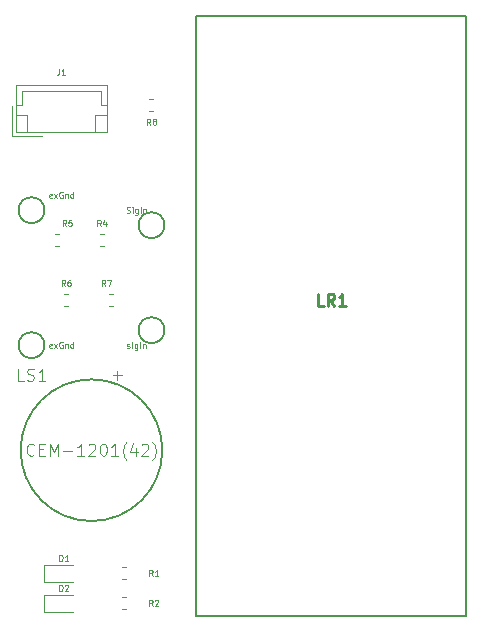
<source format=gbr>
G04 #@! TF.GenerationSoftware,KiCad,Pcbnew,(5.0.0)*
G04 #@! TF.CreationDate,2019-02-06T23:56:32-08:00*
G04 #@! TF.ProjectId,Tele(8)_PCB_v1,54656C652838295F5043425F76312E6B,rev?*
G04 #@! TF.SameCoordinates,Original*
G04 #@! TF.FileFunction,Legend,Top*
G04 #@! TF.FilePolarity,Positive*
%FSLAX46Y46*%
G04 Gerber Fmt 4.6, Leading zero omitted, Abs format (unit mm)*
G04 Created by KiCad (PCBNEW (5.0.0)) date 02/06/19 23:56:32*
%MOMM*%
%LPD*%
G01*
G04 APERTURE LIST*
%ADD10C,0.150000*%
%ADD11C,0.120000*%
%ADD12C,0.127000*%
%ADD13C,0.250000*%
%ADD14C,0.125000*%
%ADD15C,0.050000*%
G04 APERTURE END LIST*
D10*
G04 #@! TO.C,LR1*
X133274999Y-121995001D02*
X133274999Y-71195001D01*
X110414999Y-121995001D02*
X133274999Y-121995001D01*
X110414999Y-71195001D02*
X110414999Y-121995001D01*
X133274999Y-71195001D02*
X110414999Y-71195001D01*
D11*
G04 #@! TO.C,D1*
X100051774Y-117630382D02*
X97591774Y-117630382D01*
X97591774Y-117630382D02*
X97591774Y-119100382D01*
X97591774Y-119100382D02*
X100051774Y-119100382D01*
G04 #@! TO.C,D2*
X97591774Y-121640382D02*
X100051774Y-121640382D01*
X97591774Y-120170382D02*
X97591774Y-121640382D01*
X100051774Y-120170382D02*
X97591774Y-120170382D01*
G04 #@! TO.C,J1*
X95180000Y-77030000D02*
X95180000Y-81050000D01*
X95180000Y-81050000D02*
X102900000Y-81050000D01*
X102900000Y-81050000D02*
X102900000Y-77030000D01*
X102900000Y-77030000D02*
X95180000Y-77030000D01*
X95180000Y-78740000D02*
X95680000Y-78740000D01*
X95680000Y-78740000D02*
X95680000Y-77530000D01*
X95680000Y-77530000D02*
X102400000Y-77530000D01*
X102400000Y-77530000D02*
X102400000Y-78740000D01*
X102400000Y-78740000D02*
X102900000Y-78740000D01*
X95180000Y-79550000D02*
X96180000Y-79550000D01*
X96180000Y-79550000D02*
X96180000Y-81050000D01*
X102900000Y-79550000D02*
X101900000Y-79550000D01*
X101900000Y-79550000D02*
X101900000Y-81050000D01*
X94880000Y-78850000D02*
X94880000Y-81350000D01*
X94880000Y-81350000D02*
X97380000Y-81350000D01*
D12*
G04 #@! TO.C,LS1*
X107600000Y-107950000D02*
G75*
G03X107600000Y-107950000I-6000000J0D01*
G01*
D11*
G04 #@! TO.C,R1*
X104503041Y-117855382D02*
X104160507Y-117855382D01*
X104503041Y-118875382D02*
X104160507Y-118875382D01*
G04 #@! TO.C,R2*
X104503041Y-121415382D02*
X104160507Y-121415382D01*
X104503041Y-120395382D02*
X104160507Y-120395382D01*
G04 #@! TO.C,R4*
X102303733Y-89660000D02*
X102646267Y-89660000D01*
X102303733Y-90680000D02*
X102646267Y-90680000D01*
G04 #@! TO.C,R5*
X98493733Y-90680000D02*
X98836267Y-90680000D01*
X98493733Y-89660000D02*
X98836267Y-89660000D01*
D10*
G04 #@! TO.C,SigIn*
X107780000Y-88900000D02*
G75*
G03X107780000Y-88900000I-1100000J0D01*
G01*
G04 #@! TO.C,exGnd*
X97620000Y-87630000D02*
G75*
G03X97620000Y-87630000I-1100000J0D01*
G01*
D11*
G04 #@! TO.C,R6*
X99283733Y-95760000D02*
X99626267Y-95760000D01*
X99283733Y-94740000D02*
X99626267Y-94740000D01*
D10*
G04 #@! TO.C,sigIn*
X107780000Y-97790000D02*
G75*
G03X107780000Y-97790000I-1100000J0D01*
G01*
G04 #@! TO.C,exGnd*
X97620000Y-99060000D02*
G75*
G03X97620000Y-99060000I-1100000J0D01*
G01*
D11*
G04 #@! TO.C,R7*
X103093733Y-94740000D02*
X103436267Y-94740000D01*
X103093733Y-95760000D02*
X103436267Y-95760000D01*
G04 #@! TO.C,R8*
X106851267Y-78230000D02*
X106508733Y-78230000D01*
X106851267Y-79250000D02*
X106508733Y-79250000D01*
G04 #@! TO.C,*
D10*
G04 #@! TO.C,LR1*
D13*
X121253333Y-95702380D02*
X120777142Y-95702380D01*
X120777142Y-94702380D01*
X122158095Y-95702380D02*
X121824761Y-95226190D01*
X121586666Y-95702380D02*
X121586666Y-94702380D01*
X121967619Y-94702380D01*
X122062857Y-94750000D01*
X122110476Y-94797619D01*
X122158095Y-94892857D01*
X122158095Y-95035714D01*
X122110476Y-95130952D01*
X122062857Y-95178571D01*
X121967619Y-95226190D01*
X121586666Y-95226190D01*
X123110476Y-95702380D02*
X122539047Y-95702380D01*
X122824761Y-95702380D02*
X122824761Y-94702380D01*
X122729523Y-94845238D01*
X122634285Y-94940476D01*
X122539047Y-94988095D01*
G04 #@! TO.C,D1*
D14*
X98882726Y-117321572D02*
X98882726Y-116821572D01*
X99001774Y-116821572D01*
X99073202Y-116845382D01*
X99120821Y-116893001D01*
X99144631Y-116940620D01*
X99168440Y-117035858D01*
X99168440Y-117107286D01*
X99144631Y-117202524D01*
X99120821Y-117250143D01*
X99073202Y-117297762D01*
X99001774Y-117321572D01*
X98882726Y-117321572D01*
X99644631Y-117321572D02*
X99358916Y-117321572D01*
X99501774Y-117321572D02*
X99501774Y-116821572D01*
X99454154Y-116893001D01*
X99406535Y-116940620D01*
X99358916Y-116964429D01*
G04 #@! TO.C,D2*
X98882726Y-119861572D02*
X98882726Y-119361572D01*
X99001774Y-119361572D01*
X99073202Y-119385382D01*
X99120821Y-119433001D01*
X99144631Y-119480620D01*
X99168440Y-119575858D01*
X99168440Y-119647286D01*
X99144631Y-119742524D01*
X99120821Y-119790143D01*
X99073202Y-119837762D01*
X99001774Y-119861572D01*
X98882726Y-119861572D01*
X99358916Y-119409191D02*
X99382726Y-119385382D01*
X99430345Y-119361572D01*
X99549393Y-119361572D01*
X99597012Y-119385382D01*
X99620821Y-119409191D01*
X99644631Y-119456810D01*
X99644631Y-119504429D01*
X99620821Y-119575858D01*
X99335107Y-119861572D01*
X99644631Y-119861572D01*
G04 #@! TO.C,J1*
X98873333Y-75666190D02*
X98873333Y-76023333D01*
X98849523Y-76094761D01*
X98801904Y-76142380D01*
X98730476Y-76166190D01*
X98682857Y-76166190D01*
X99373333Y-76166190D02*
X99087619Y-76166190D01*
X99230476Y-76166190D02*
X99230476Y-75666190D01*
X99182857Y-75737619D01*
X99135238Y-75785238D01*
X99087619Y-75809047D01*
G04 #@! TO.C,LS1*
D15*
X95875966Y-102053208D02*
X95398904Y-102053208D01*
X95398904Y-101051378D01*
X96162203Y-102005502D02*
X96305322Y-102053208D01*
X96543853Y-102053208D01*
X96639265Y-102005502D01*
X96686971Y-101957796D01*
X96734677Y-101862384D01*
X96734677Y-101766971D01*
X96686971Y-101671559D01*
X96639265Y-101623853D01*
X96543853Y-101576146D01*
X96353028Y-101528440D01*
X96257615Y-101480734D01*
X96209909Y-101433028D01*
X96162203Y-101337615D01*
X96162203Y-101242203D01*
X96209909Y-101146791D01*
X96257615Y-101099085D01*
X96353028Y-101051378D01*
X96591559Y-101051378D01*
X96734677Y-101099085D01*
X97688801Y-102053208D02*
X97116327Y-102053208D01*
X97402564Y-102053208D02*
X97402564Y-101051378D01*
X97307152Y-101194497D01*
X97211739Y-101289909D01*
X97116327Y-101337615D01*
X96733920Y-108307800D02*
X96686213Y-108355506D01*
X96543093Y-108403213D01*
X96447680Y-108403213D01*
X96304560Y-108355506D01*
X96209146Y-108260093D01*
X96161440Y-108164680D01*
X96113733Y-107973853D01*
X96113733Y-107830733D01*
X96161440Y-107639906D01*
X96209146Y-107544493D01*
X96304560Y-107449080D01*
X96447680Y-107401373D01*
X96543093Y-107401373D01*
X96686213Y-107449080D01*
X96733920Y-107496786D01*
X97163280Y-107878440D02*
X97497226Y-107878440D01*
X97640346Y-108403213D02*
X97163280Y-108403213D01*
X97163280Y-107401373D01*
X97640346Y-107401373D01*
X98069706Y-108403213D02*
X98069706Y-107401373D01*
X98403653Y-108116973D01*
X98737600Y-107401373D01*
X98737600Y-108403213D01*
X99214666Y-108021560D02*
X99977973Y-108021560D01*
X100979813Y-108403213D02*
X100407333Y-108403213D01*
X100693573Y-108403213D02*
X100693573Y-107401373D01*
X100598160Y-107544493D01*
X100502746Y-107639906D01*
X100407333Y-107687613D01*
X101361466Y-107496786D02*
X101409173Y-107449080D01*
X101504586Y-107401373D01*
X101743120Y-107401373D01*
X101838533Y-107449080D01*
X101886240Y-107496786D01*
X101933946Y-107592200D01*
X101933946Y-107687613D01*
X101886240Y-107830733D01*
X101313760Y-108403213D01*
X101933946Y-108403213D01*
X102554133Y-107401373D02*
X102649546Y-107401373D01*
X102744960Y-107449080D01*
X102792666Y-107496786D01*
X102840373Y-107592200D01*
X102888080Y-107783026D01*
X102888080Y-108021560D01*
X102840373Y-108212386D01*
X102792666Y-108307800D01*
X102744960Y-108355506D01*
X102649546Y-108403213D01*
X102554133Y-108403213D01*
X102458720Y-108355506D01*
X102411013Y-108307800D01*
X102363306Y-108212386D01*
X102315600Y-108021560D01*
X102315600Y-107783026D01*
X102363306Y-107592200D01*
X102411013Y-107496786D01*
X102458720Y-107449080D01*
X102554133Y-107401373D01*
X103842213Y-108403213D02*
X103269733Y-108403213D01*
X103555973Y-108403213D02*
X103555973Y-107401373D01*
X103460560Y-107544493D01*
X103365146Y-107639906D01*
X103269733Y-107687613D01*
X104557813Y-108784866D02*
X104510106Y-108737160D01*
X104414693Y-108594040D01*
X104366986Y-108498626D01*
X104319280Y-108355506D01*
X104271573Y-108116973D01*
X104271573Y-107926146D01*
X104319280Y-107687613D01*
X104366986Y-107544493D01*
X104414693Y-107449080D01*
X104510106Y-107305960D01*
X104557813Y-107258253D01*
X105368826Y-107735320D02*
X105368826Y-108403213D01*
X105130293Y-107353666D02*
X104891760Y-108069266D01*
X105511946Y-108069266D01*
X105845893Y-107496786D02*
X105893600Y-107449080D01*
X105989013Y-107401373D01*
X106227546Y-107401373D01*
X106322960Y-107449080D01*
X106370666Y-107496786D01*
X106418373Y-107592200D01*
X106418373Y-107687613D01*
X106370666Y-107830733D01*
X105798186Y-108403213D01*
X106418373Y-108403213D01*
X106752320Y-108784866D02*
X106800026Y-108737160D01*
X106895440Y-108594040D01*
X106943146Y-108498626D01*
X106990853Y-108355506D01*
X107038560Y-108116973D01*
X107038560Y-107926146D01*
X106990853Y-107687613D01*
X106943146Y-107544493D01*
X106895440Y-107449080D01*
X106800026Y-107305960D01*
X106752320Y-107258253D01*
X103423007Y-101609898D02*
X104184912Y-101609898D01*
X103803960Y-101990850D02*
X103803960Y-101228946D01*
G04 #@! TO.C,R1*
D14*
X106788440Y-118591572D02*
X106621774Y-118353477D01*
X106502726Y-118591572D02*
X106502726Y-118091572D01*
X106693202Y-118091572D01*
X106740821Y-118115382D01*
X106764631Y-118139191D01*
X106788440Y-118186810D01*
X106788440Y-118258239D01*
X106764631Y-118305858D01*
X106740821Y-118329667D01*
X106693202Y-118353477D01*
X106502726Y-118353477D01*
X107264631Y-118591572D02*
X106978916Y-118591572D01*
X107121774Y-118591572D02*
X107121774Y-118091572D01*
X107074154Y-118163001D01*
X107026535Y-118210620D01*
X106978916Y-118234429D01*
G04 #@! TO.C,R2*
X106788440Y-121131572D02*
X106621774Y-120893477D01*
X106502726Y-121131572D02*
X106502726Y-120631572D01*
X106693202Y-120631572D01*
X106740821Y-120655382D01*
X106764631Y-120679191D01*
X106788440Y-120726810D01*
X106788440Y-120798239D01*
X106764631Y-120845858D01*
X106740821Y-120869667D01*
X106693202Y-120893477D01*
X106502726Y-120893477D01*
X106978916Y-120679191D02*
X107002726Y-120655382D01*
X107050345Y-120631572D01*
X107169393Y-120631572D01*
X107217012Y-120655382D01*
X107240821Y-120679191D01*
X107264631Y-120726810D01*
X107264631Y-120774429D01*
X107240821Y-120845858D01*
X106955107Y-121131572D01*
X107264631Y-121131572D01*
G04 #@! TO.C,R4*
X102391666Y-88966190D02*
X102225000Y-88728095D01*
X102105952Y-88966190D02*
X102105952Y-88466190D01*
X102296428Y-88466190D01*
X102344047Y-88490000D01*
X102367857Y-88513809D01*
X102391666Y-88561428D01*
X102391666Y-88632857D01*
X102367857Y-88680476D01*
X102344047Y-88704285D01*
X102296428Y-88728095D01*
X102105952Y-88728095D01*
X102820238Y-88632857D02*
X102820238Y-88966190D01*
X102701190Y-88442380D02*
X102582142Y-88799523D01*
X102891666Y-88799523D01*
G04 #@! TO.C,R5*
X99456666Y-88966190D02*
X99290000Y-88728095D01*
X99170952Y-88966190D02*
X99170952Y-88466190D01*
X99361428Y-88466190D01*
X99409047Y-88490000D01*
X99432857Y-88513809D01*
X99456666Y-88561428D01*
X99456666Y-88632857D01*
X99432857Y-88680476D01*
X99409047Y-88704285D01*
X99361428Y-88728095D01*
X99170952Y-88728095D01*
X99909047Y-88466190D02*
X99670952Y-88466190D01*
X99647142Y-88704285D01*
X99670952Y-88680476D01*
X99718571Y-88656666D01*
X99837619Y-88656666D01*
X99885238Y-88680476D01*
X99909047Y-88704285D01*
X99932857Y-88751904D01*
X99932857Y-88870952D01*
X99909047Y-88918571D01*
X99885238Y-88942380D01*
X99837619Y-88966190D01*
X99718571Y-88966190D01*
X99670952Y-88942380D01*
X99647142Y-88918571D01*
G04 #@! TO.C,SigIn*
X104576666Y-87832380D02*
X104648095Y-87856190D01*
X104767142Y-87856190D01*
X104814761Y-87832380D01*
X104838571Y-87808571D01*
X104862380Y-87760952D01*
X104862380Y-87713333D01*
X104838571Y-87665714D01*
X104814761Y-87641904D01*
X104767142Y-87618095D01*
X104671904Y-87594285D01*
X104624285Y-87570476D01*
X104600476Y-87546666D01*
X104576666Y-87499047D01*
X104576666Y-87451428D01*
X104600476Y-87403809D01*
X104624285Y-87380000D01*
X104671904Y-87356190D01*
X104790952Y-87356190D01*
X104862380Y-87380000D01*
X105076666Y-87856190D02*
X105076666Y-87522857D01*
X105076666Y-87356190D02*
X105052857Y-87380000D01*
X105076666Y-87403809D01*
X105100476Y-87380000D01*
X105076666Y-87356190D01*
X105076666Y-87403809D01*
X105529047Y-87522857D02*
X105529047Y-87927619D01*
X105505238Y-87975238D01*
X105481428Y-87999047D01*
X105433809Y-88022857D01*
X105362380Y-88022857D01*
X105314761Y-87999047D01*
X105529047Y-87832380D02*
X105481428Y-87856190D01*
X105386190Y-87856190D01*
X105338571Y-87832380D01*
X105314761Y-87808571D01*
X105290952Y-87760952D01*
X105290952Y-87618095D01*
X105314761Y-87570476D01*
X105338571Y-87546666D01*
X105386190Y-87522857D01*
X105481428Y-87522857D01*
X105529047Y-87546666D01*
X105767142Y-87856190D02*
X105767142Y-87356190D01*
X106005238Y-87522857D02*
X106005238Y-87856190D01*
X106005238Y-87570476D02*
X106029047Y-87546666D01*
X106076666Y-87522857D01*
X106148095Y-87522857D01*
X106195714Y-87546666D01*
X106219523Y-87594285D01*
X106219523Y-87856190D01*
G04 #@! TO.C,exGnd*
X98250476Y-86562380D02*
X98202857Y-86586190D01*
X98107619Y-86586190D01*
X98060000Y-86562380D01*
X98036190Y-86514761D01*
X98036190Y-86324285D01*
X98060000Y-86276666D01*
X98107619Y-86252857D01*
X98202857Y-86252857D01*
X98250476Y-86276666D01*
X98274285Y-86324285D01*
X98274285Y-86371904D01*
X98036190Y-86419523D01*
X98440952Y-86586190D02*
X98702857Y-86252857D01*
X98440952Y-86252857D02*
X98702857Y-86586190D01*
X99155238Y-86110000D02*
X99107619Y-86086190D01*
X99036190Y-86086190D01*
X98964761Y-86110000D01*
X98917142Y-86157619D01*
X98893333Y-86205238D01*
X98869523Y-86300476D01*
X98869523Y-86371904D01*
X98893333Y-86467142D01*
X98917142Y-86514761D01*
X98964761Y-86562380D01*
X99036190Y-86586190D01*
X99083809Y-86586190D01*
X99155238Y-86562380D01*
X99179047Y-86538571D01*
X99179047Y-86371904D01*
X99083809Y-86371904D01*
X99393333Y-86252857D02*
X99393333Y-86586190D01*
X99393333Y-86300476D02*
X99417142Y-86276666D01*
X99464761Y-86252857D01*
X99536190Y-86252857D01*
X99583809Y-86276666D01*
X99607619Y-86324285D01*
X99607619Y-86586190D01*
X100060000Y-86586190D02*
X100060000Y-86086190D01*
X100060000Y-86562380D02*
X100012380Y-86586190D01*
X99917142Y-86586190D01*
X99869523Y-86562380D01*
X99845714Y-86538571D01*
X99821904Y-86490952D01*
X99821904Y-86348095D01*
X99845714Y-86300476D01*
X99869523Y-86276666D01*
X99917142Y-86252857D01*
X100012380Y-86252857D01*
X100060000Y-86276666D01*
G04 #@! TO.C,R6*
X99371666Y-94046190D02*
X99205000Y-93808095D01*
X99085952Y-94046190D02*
X99085952Y-93546190D01*
X99276428Y-93546190D01*
X99324047Y-93570000D01*
X99347857Y-93593809D01*
X99371666Y-93641428D01*
X99371666Y-93712857D01*
X99347857Y-93760476D01*
X99324047Y-93784285D01*
X99276428Y-93808095D01*
X99085952Y-93808095D01*
X99800238Y-93546190D02*
X99705000Y-93546190D01*
X99657380Y-93570000D01*
X99633571Y-93593809D01*
X99585952Y-93665238D01*
X99562142Y-93760476D01*
X99562142Y-93950952D01*
X99585952Y-93998571D01*
X99609761Y-94022380D01*
X99657380Y-94046190D01*
X99752619Y-94046190D01*
X99800238Y-94022380D01*
X99824047Y-93998571D01*
X99847857Y-93950952D01*
X99847857Y-93831904D01*
X99824047Y-93784285D01*
X99800238Y-93760476D01*
X99752619Y-93736666D01*
X99657380Y-93736666D01*
X99609761Y-93760476D01*
X99585952Y-93784285D01*
X99562142Y-93831904D01*
G04 #@! TO.C,sigIn*
X104612380Y-99262380D02*
X104660000Y-99286190D01*
X104755238Y-99286190D01*
X104802857Y-99262380D01*
X104826666Y-99214761D01*
X104826666Y-99190952D01*
X104802857Y-99143333D01*
X104755238Y-99119523D01*
X104683809Y-99119523D01*
X104636190Y-99095714D01*
X104612380Y-99048095D01*
X104612380Y-99024285D01*
X104636190Y-98976666D01*
X104683809Y-98952857D01*
X104755238Y-98952857D01*
X104802857Y-98976666D01*
X105040952Y-99286190D02*
X105040952Y-98952857D01*
X105040952Y-98786190D02*
X105017142Y-98810000D01*
X105040952Y-98833809D01*
X105064761Y-98810000D01*
X105040952Y-98786190D01*
X105040952Y-98833809D01*
X105493333Y-98952857D02*
X105493333Y-99357619D01*
X105469523Y-99405238D01*
X105445714Y-99429047D01*
X105398095Y-99452857D01*
X105326666Y-99452857D01*
X105279047Y-99429047D01*
X105493333Y-99262380D02*
X105445714Y-99286190D01*
X105350476Y-99286190D01*
X105302857Y-99262380D01*
X105279047Y-99238571D01*
X105255238Y-99190952D01*
X105255238Y-99048095D01*
X105279047Y-99000476D01*
X105302857Y-98976666D01*
X105350476Y-98952857D01*
X105445714Y-98952857D01*
X105493333Y-98976666D01*
X105731428Y-99286190D02*
X105731428Y-98786190D01*
X105969523Y-98952857D02*
X105969523Y-99286190D01*
X105969523Y-99000476D02*
X105993333Y-98976666D01*
X106040952Y-98952857D01*
X106112380Y-98952857D01*
X106160000Y-98976666D01*
X106183809Y-99024285D01*
X106183809Y-99286190D01*
G04 #@! TO.C,exGnd*
X98250476Y-99262380D02*
X98202857Y-99286190D01*
X98107619Y-99286190D01*
X98060000Y-99262380D01*
X98036190Y-99214761D01*
X98036190Y-99024285D01*
X98060000Y-98976666D01*
X98107619Y-98952857D01*
X98202857Y-98952857D01*
X98250476Y-98976666D01*
X98274285Y-99024285D01*
X98274285Y-99071904D01*
X98036190Y-99119523D01*
X98440952Y-99286190D02*
X98702857Y-98952857D01*
X98440952Y-98952857D02*
X98702857Y-99286190D01*
X99155238Y-98810000D02*
X99107619Y-98786190D01*
X99036190Y-98786190D01*
X98964761Y-98810000D01*
X98917142Y-98857619D01*
X98893333Y-98905238D01*
X98869523Y-99000476D01*
X98869523Y-99071904D01*
X98893333Y-99167142D01*
X98917142Y-99214761D01*
X98964761Y-99262380D01*
X99036190Y-99286190D01*
X99083809Y-99286190D01*
X99155238Y-99262380D01*
X99179047Y-99238571D01*
X99179047Y-99071904D01*
X99083809Y-99071904D01*
X99393333Y-98952857D02*
X99393333Y-99286190D01*
X99393333Y-99000476D02*
X99417142Y-98976666D01*
X99464761Y-98952857D01*
X99536190Y-98952857D01*
X99583809Y-98976666D01*
X99607619Y-99024285D01*
X99607619Y-99286190D01*
X100060000Y-99286190D02*
X100060000Y-98786190D01*
X100060000Y-99262380D02*
X100012380Y-99286190D01*
X99917142Y-99286190D01*
X99869523Y-99262380D01*
X99845714Y-99238571D01*
X99821904Y-99190952D01*
X99821904Y-99048095D01*
X99845714Y-99000476D01*
X99869523Y-98976666D01*
X99917142Y-98952857D01*
X100012380Y-98952857D01*
X100060000Y-98976666D01*
G04 #@! TO.C,R7*
X102786666Y-94046190D02*
X102620000Y-93808095D01*
X102500952Y-94046190D02*
X102500952Y-93546190D01*
X102691428Y-93546190D01*
X102739047Y-93570000D01*
X102762857Y-93593809D01*
X102786666Y-93641428D01*
X102786666Y-93712857D01*
X102762857Y-93760476D01*
X102739047Y-93784285D01*
X102691428Y-93808095D01*
X102500952Y-93808095D01*
X102953333Y-93546190D02*
X103286666Y-93546190D01*
X103072380Y-94046190D01*
G04 #@! TO.C,R8*
X106596666Y-80396190D02*
X106430000Y-80158095D01*
X106310952Y-80396190D02*
X106310952Y-79896190D01*
X106501428Y-79896190D01*
X106549047Y-79920000D01*
X106572857Y-79943809D01*
X106596666Y-79991428D01*
X106596666Y-80062857D01*
X106572857Y-80110476D01*
X106549047Y-80134285D01*
X106501428Y-80158095D01*
X106310952Y-80158095D01*
X106882380Y-80110476D02*
X106834761Y-80086666D01*
X106810952Y-80062857D01*
X106787142Y-80015238D01*
X106787142Y-79991428D01*
X106810952Y-79943809D01*
X106834761Y-79920000D01*
X106882380Y-79896190D01*
X106977619Y-79896190D01*
X107025238Y-79920000D01*
X107049047Y-79943809D01*
X107072857Y-79991428D01*
X107072857Y-80015238D01*
X107049047Y-80062857D01*
X107025238Y-80086666D01*
X106977619Y-80110476D01*
X106882380Y-80110476D01*
X106834761Y-80134285D01*
X106810952Y-80158095D01*
X106787142Y-80205714D01*
X106787142Y-80300952D01*
X106810952Y-80348571D01*
X106834761Y-80372380D01*
X106882380Y-80396190D01*
X106977619Y-80396190D01*
X107025238Y-80372380D01*
X107049047Y-80348571D01*
X107072857Y-80300952D01*
X107072857Y-80205714D01*
X107049047Y-80158095D01*
X107025238Y-80134285D01*
X106977619Y-80110476D01*
G04 #@! TD*
M02*

</source>
